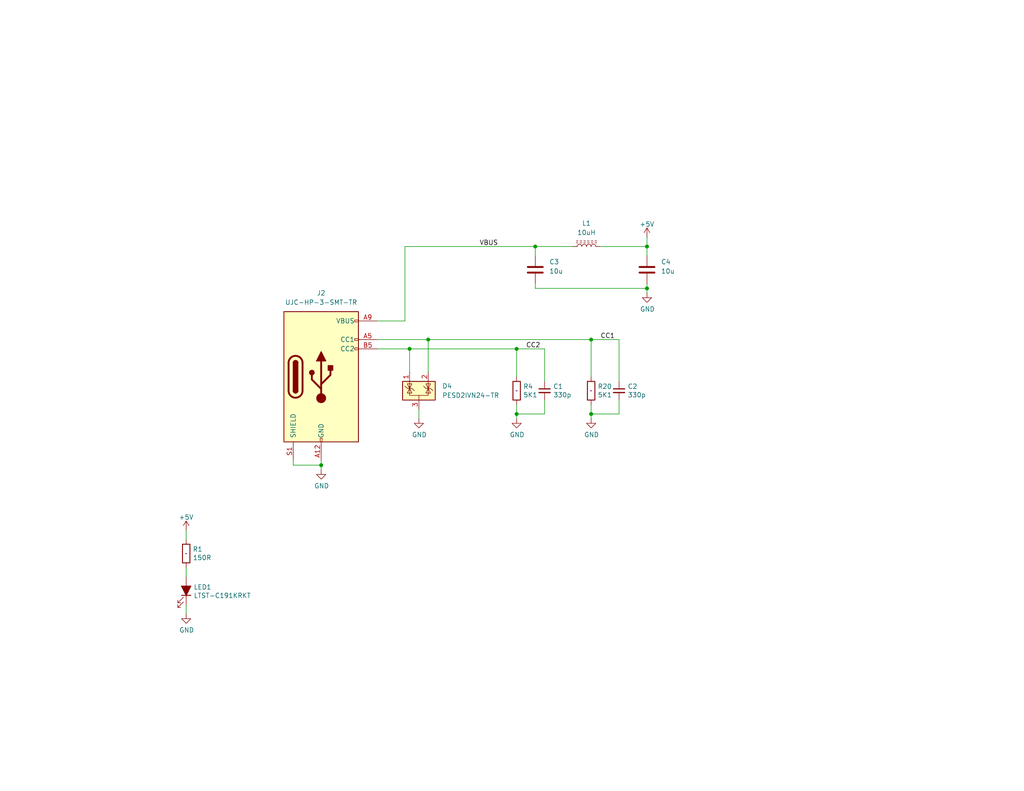
<source format=kicad_sch>
(kicad_sch (version 20211123) (generator eeschema)
  (paper "A")
  (title_block (title "InGame-NES MMC3") (date "2022-06-03") (rev "1") (company "Late to the Game"))
  (lib_symbols
    (symbol "00Custom:USB_C_CUI_UJC-HP-3-SMT-TR" (pin_names (offset 1.016))
      (property "Reference" "J" (at -10.16 19.05 0))
      (property "Value" "00Custom_USB_C_CUI_UJC-HP-3-SMT-TR" (at 12.7 19.05 0))
      (symbol "USB_C_CUI_UJC-HP-3-SMT-TR_0_0"
        (rectangle (start -0.254 -17.78) (end 0.254 -16.764))
        (rectangle (start 10.16 7.874) (end 9.144 7.366))
        (rectangle (start 10.16 10.414) (end 9.144 9.906))
        (rectangle (start 10.16 15.494) (end 9.144 14.986))
      )
      (symbol "USB_C_CUI_UJC-HP-3-SMT-TR_0_1"
        (rectangle (start -10.16 17.78) (end 10.16 -17.78) (stroke (width 0.254)) (fill (type background)))
        (arc (start -8.89 -3.81) (mid -6.985 -5.715) (end -5.08 -3.81) (stroke (width 0.508)))
        (arc (start -7.62 -3.81) (mid -6.985 -4.445) (end -6.35 -3.81) (stroke (width 0.254)))
        (arc (start -7.62 -3.81) (mid -6.985 -4.445) (end -6.35 -3.81) (stroke (width 0.254)) (fill (type outline)))
        (rectangle (start -7.62 -3.81) (end -6.35 3.81) (stroke (width 0.254)) (fill (type outline)))
        (arc (start -6.35 3.81) (mid -6.985 4.445) (end -7.62 3.81) (stroke (width 0.254)))
        (arc (start -6.35 3.81) (mid -6.985 4.445) (end -7.62 3.81) (stroke (width 0.254)) (fill (type outline)))
        (arc (start -5.08 3.81) (mid -6.985 5.715) (end -8.89 3.81) (stroke (width 0.508)))
        (circle (center -2.54 1.143) (radius 0.635) (stroke (width 0.254)) (fill (type outline)))
        (circle (center 0 -5.842) (radius 1.27) (fill (type outline)))
        (polyline (pts (xy -8.89 -3.81) (xy -8.89 3.81)) (stroke (width 0.508)))
        (polyline (pts (xy -5.08 3.81) (xy -5.08 -3.81)) (stroke (width 0.508)))
        (polyline (pts (xy 0 -5.842) (xy 0 4.318)) (stroke (width 0.508)))
        (polyline (pts (xy 0 -3.302) (xy -2.54 -0.762) (xy -2.54 0.508)) (stroke (width 0.508)))
        (polyline (pts (xy 0 -2.032) (xy 2.54 0.508) (xy 2.54 1.778)) (stroke (width 0.508)))
        (polyline (pts (xy -1.27 4.318) (xy 0 6.858) (xy 1.27 4.318) (xy -1.27 4.318)) (stroke (width 0.254)) (fill (type outline)))
        (rectangle (start 1.905 1.778) (end 3.175 3.048) (stroke (width 0.254)) (fill (type outline)))
      )
      (symbol "USB_C_CUI_UJC-HP-3-SMT-TR_1_1"
        (pin passive line (at 0 -22.86 90) (length 5.08) (name "GND") (number "A12"))
        (pin bidirectional line (at 15.24 10.16 180) (length 5.08) (name "CC1") (number "A5"))
        (pin passive line (at 15.24 15.24 180) (length 5.08) (name "VBUS") (number "A9"))
        (pin passive line (at 0 -22.86 90) (length 5.08) hide (name "GND") (number "B12"))
        (pin bidirectional line (at 15.24 7.62 180) (length 5.08) (name "CC2") (number "B5"))
        (pin passive line (at 15.24 15.24 180) (length 5.08) hide (name "VBUS") (number "B9"))
        (pin passive line (at -7.62 -22.86 90) (length 5.08) (name "SHIELD") (number "S1"))
      )
    )
    (symbol "Device:C" (pin_numbers hide) (pin_names (offset 0.254))
      (property "Reference" "C" (at 0.635 2.54 0))
      (property "Value" "C" (at 0.635 -2.54 0))
      (symbol "C_0_1"
        (polyline (pts (xy -2.032 -0.762) (xy 2.032 -0.762)) (stroke (width 0.508)))
        (polyline (pts (xy -2.032 0.762) (xy 2.032 0.762)) (stroke (width 0.508)))
      )
      (symbol "C_1_1"
        (pin passive line (at 0 3.81 270) (length 2.794) (name "~") (number "1"))
        (pin passive line (at 0 -3.81 90) (length 2.794) (name "~") (number "2"))
      )
    )
    (symbol "Device:C_Small" (pin_numbers hide) (pin_names (offset 0.254) hide)
      (property "Reference" "C" (at 0.254 1.778 0))
      (property "Value" "C_Small" (at 0.254 -2.032 0))
      (symbol "C_Small_0_1"
        (polyline (pts (xy -1.524 -0.508) (xy 1.524 -0.508)) (stroke (width 0.3302)))
        (polyline (pts (xy -1.524 0.508) (xy 1.524 0.508)) (stroke (width 0.3048)))
      )
      (symbol "C_Small_1_1"
        (pin passive line (at 0 2.54 270) (length 2.032) (name "~") (number "1"))
        (pin passive line (at 0 -2.54 90) (length 2.032) (name "~") (number "2"))
      )
    )
    (symbol "Device:LED_Filled" (pin_numbers hide) (pin_names (offset 1.016) hide)
      (property "Reference" "D" (at 0 2.54 0))
      (property "Value" "LED_Filled" (at 0 -2.54 0))
      (symbol "LED_Filled_0_1"
        (polyline (pts (xy -1.27 -1.27) (xy -1.27 1.27)) (stroke (width 0.254)))
        (polyline (pts (xy -1.27 0) (xy 1.27 0)))
        (polyline (pts (xy 1.27 -1.27) (xy 1.27 1.27) (xy -1.27 0) (xy 1.27 -1.27)) (stroke (width 0.254)) (fill (type outline)))
        (polyline (pts (xy -3.048 -0.762) (xy -4.572 -2.286) (xy -3.81 -2.286) (xy -4.572 -2.286) (xy -4.572 -1.524)))
        (polyline (pts (xy -1.778 -0.762) (xy -3.302 -2.286) (xy -2.54 -2.286) (xy -3.302 -2.286) (xy -3.302 -1.524)))
      )
      (symbol "LED_Filled_1_1"
        (pin passive line (at -3.81 0 0) (length 2.54) (name "K") (number "1"))
        (pin passive line (at 3.81 0 180) (length 2.54) (name "A") (number "2"))
      )
    )
    (symbol "Device:L_Ferrite" (pin_numbers hide) (pin_names (offset 1.016) hide)
      (property "Reference" "L" (at -1.27 0 90))
      (property "Value" "L_Ferrite" (at 2.794 0 90))
      (symbol "L_Ferrite_0_1"
        (arc (start 0 -2.54) (mid 0.635 -1.905) (end 0 -1.27))
        (arc (start 0 -1.27) (mid 0.635 -0.635) (end 0 0))
        (polyline (pts (xy 1.016 -2.794) (xy 1.016 -2.286)))
        (polyline (pts (xy 1.016 -1.778) (xy 1.016 -1.27)))
        (polyline (pts (xy 1.016 -0.762) (xy 1.016 -0.254)))
        (polyline (pts (xy 1.016 0.254) (xy 1.016 0.762)))
        (polyline (pts (xy 1.016 1.27) (xy 1.016 1.778)))
        (polyline (pts (xy 1.016 2.286) (xy 1.016 2.794)))
        (polyline (pts (xy 1.524 -2.286) (xy 1.524 -2.794)))
        (polyline (pts (xy 1.524 -1.27) (xy 1.524 -1.778)))
        (polyline (pts (xy 1.524 -0.254) (xy 1.524 -0.762)))
        (polyline (pts (xy 1.524 0.762) (xy 1.524 0.254)))
        (polyline (pts (xy 1.524 1.778) (xy 1.524 1.27)))
        (polyline (pts (xy 1.524 2.794) (xy 1.524 2.286)))
        (arc (start 0 0) (mid 0.635 0.635) (end 0 1.27))
        (arc (start 0 1.27) (mid 0.635 1.905) (end 0 2.54))
      )
      (symbol "L_Ferrite_1_1"
        (pin passive line (at 0 3.81 270) (length 1.27) (name "1") (number "1"))
        (pin passive line (at 0 -3.81 90) (length 1.27) (name "2") (number "2"))
      )
    )
    (symbol "Device:R" (pin_numbers hide) (pin_names (offset 0))
      (property "Reference" "R" (at 2.032 0 90))
      (property "Value" "R" (at 0 0 90))
      (symbol "R_0_1"
        (rectangle (start -1.016 -2.54) (end 1.016 2.54) (stroke (width 0.254)))
      )
      (symbol "R_1_1"
        (pin passive line (at 0 3.81 270) (length 1.27) (name "~") (number "1"))
        (pin passive line (at 0 -3.81 90) (length 1.27) (name "~") (number "2"))
      )
    )
    (symbol "Power_Protection:NUP2105L" (pin_names hide)
      (property "Reference" "D" (at 5.715 2.54 0))
      (property "Value" "NUP2105L" (at 5.715 0.635 0))
      (symbol "NUP2105L_0_0"
        (pin passive line (at 0 -5.08 90) (length 2.54) (name "A") (number "3"))
      )
      (symbol "NUP2105L_0_1"
        (rectangle (start -4.445 2.54) (end 4.445 -2.54) (stroke (width 0.254)) (fill (type background)))
        (polyline (pts (xy -2.54 2.54) (xy -2.54 0.635)))
        (polyline (pts (xy 0 -1.27) (xy 0 -2.54)))
        (polyline (pts (xy 2.54 2.54) (xy 2.54 0.635)))
        (polyline (pts (xy -3.81 1.27) (xy -3.175 0.635) (xy -1.905 0.635) (xy -1.27 0)))
        (polyline (pts (xy -2.54 0.635) (xy -2.54 -1.27) (xy 2.54 -1.27) (xy 2.54 0.635)))
        (polyline (pts (xy -2.54 0.635) (xy -1.905 -0.635) (xy -3.175 -0.635) (xy -2.54 0.635)))
        (polyline (pts (xy 2.54 0.635) (xy 1.905 -0.635) (xy 3.175 -0.635) (xy 2.54 0.635)))
        (polyline (pts (xy 2.54 0.635) (xy 3.175 1.905) (xy 1.905 1.905) (xy 2.54 0.635)))
        (polyline (pts (xy -2.54 0.635) (xy -3.175 1.905) (xy -1.905 1.905) (xy -2.54 0.635) (xy -2.54 1.27)))
        (polyline (pts (xy 1.27 1.27) (xy 1.905 0.635) (xy 2.54 0.635) (xy 3.175 0.635) (xy 3.81 0)))
      )
      (symbol "NUP2105L_1_1"
        (pin passive line (at -2.54 5.08 270) (length 2.54) (name "K") (number "1"))
        (pin passive line (at 2.54 5.08 270) (length 2.54) (name "K") (number "2"))
      )
    )
    (symbol "power:+5V" (power) (pin_names (offset 0))
      (property "Value" "+5V" (at 0 3.556 0))
      (symbol "+5V_0_1"
        (polyline (pts (xy -0.762 1.27) (xy 0 2.54)))
        (polyline (pts (xy 0 0) (xy 0 2.54)))
        (polyline (pts (xy 0 2.54) (xy 0.762 1.27)))
      )
      (symbol "+5V_1_1"
        (pin power_in line (at 0 0 90) (length 0) hide (name "+5V") (number "1"))
      )
    )
    (symbol "power:GND" (power) (pin_names (offset 0))
      (property "Value" "GND" (at 0 -3.81 0))
      (symbol "GND_0_1"
        (polyline (pts (xy 0 0) (xy 0 -1.27) (xy 1.27 -1.27) (xy 0 -2.54) (xy -1.27 -1.27) (xy 0 -1.27)))
      )
      (symbol "GND_1_1"
        (pin power_in line (at 0 0 270) (length 0) hide (name "GND") (number "1"))
      )
    )
  )
  (junction (at 87.63 127))
  (junction (at 146.05 67.31))
  (junction (at 140.97 113.03))
  (junction (at 161.29 113.03))
  (junction (at 140.97 95.25))
  (junction (at 176.53 67.31))
  (junction (at 116.84 92.71))
  (junction (at 111.76 95.25))
  (junction (at 176.53 78.74))
  (junction (at 161.29 92.71))
  (wire (pts (xy 168.91 113.03) (xy 161.29 113.03)))
  (wire (pts (xy 146.05 67.31) (xy 156.21 67.31)))
  (wire (pts (xy 87.63 127) (xy 87.63 125.73)))
  (wire (pts (xy 50.8 165.1) (xy 50.8 167.64)))
  (wire (pts (xy 146.05 67.31) (xy 146.05 69.85)))
  (wire (pts (xy 110.49 67.31) (xy 110.49 87.63)))
  (wire (pts (xy 87.63 128.27) (xy 87.63 127)))
  (wire (pts (xy 110.49 67.31) (xy 146.05 67.31)))
  (wire (pts (xy 102.87 95.25) (xy 111.76 95.25)))
  (wire (pts (xy 102.87 92.71) (xy 116.84 92.71)))
  (wire (pts (xy 80.01 127) (xy 80.01 125.73)))
  (wire (pts (xy 148.59 95.25) (xy 140.97 95.25)))
  (wire (pts (xy 140.97 102.87) (xy 140.97 95.25)))
  (wire (pts (xy 116.84 92.71) (xy 161.29 92.71)))
  (wire (pts (xy 146.05 78.74) (xy 176.53 78.74)))
  (wire (pts (xy 116.84 92.71) (xy 116.84 101.6)))
  (wire (pts (xy 111.76 95.25) (xy 111.76 101.6)))
  (wire (pts (xy 50.8 144.78) (xy 50.8 147.32)))
  (wire (pts (xy 176.53 64.77) (xy 176.53 67.31)))
  (wire (pts (xy 176.53 78.74) (xy 176.53 80.01)))
  (wire (pts (xy 176.53 67.31) (xy 176.53 69.85)))
  (wire (pts (xy 140.97 110.49) (xy 140.97 113.03)))
  (wire (pts (xy 176.53 77.47) (xy 176.53 78.74)))
  (wire (pts (xy 140.97 113.03) (xy 140.97 114.3)))
  (wire (pts (xy 161.29 113.03) (xy 161.29 114.3)))
  (wire (pts (xy 146.05 77.47) (xy 146.05 78.74)))
  (wire (pts (xy 111.76 95.25) (xy 140.97 95.25)))
  (wire (pts (xy 163.83 67.31) (xy 176.53 67.31)))
  (wire (pts (xy 50.8 154.94) (xy 50.8 157.48)))
  (wire (pts (xy 161.29 102.87) (xy 161.29 92.71)))
  (wire (pts (xy 80.01 127) (xy 87.63 127)))
  (wire (pts (xy 161.29 92.71) (xy 168.91 92.71)))
  (wire (pts (xy 148.59 104.14) (xy 148.59 95.25)))
  (wire (pts (xy 168.91 109.22) (xy 168.91 113.03)))
  (wire (pts (xy 168.91 104.14) (xy 168.91 92.71)))
  (wire (pts (xy 102.87 87.63) (xy 110.49 87.63)))
  (wire (pts (xy 114.3 111.76) (xy 114.3 114.3)))
  (wire (pts (xy 148.59 109.22) (xy 148.59 113.03)))
  (wire (pts (xy 161.29 110.49) (xy 161.29 113.03)))
  (wire (pts (xy 148.59 113.03) (xy 140.97 113.03)))
  (label "CC2" (at 143.51 95.25 0))
  (label "VBUS" (at 130.81 67.31 0))
  (label "CC1" (at 163.83 92.71 0))
  (symbol (lib_id "power:GND") (at 87.63 128.27 0) (unit 1)
    (property "Reference" "#PWR0111" (effects hide))
    (property "Value" "GND" (at 87.757 132.6642 0))
  )
  (symbol (lib_id "power:GND") (at 114.3 114.3 0) (unit 1)
    (property "Reference" "#PWR0112" (effects hide))
    (property "Value" "GND" (at 114.427 118.6942 0))
  )
  (symbol (lib_id "Device:R") (at 140.97 106.68 0) (unit 1)
    (property "Reference" "R4" (at 142.748 105.5116 0) (effects (justify left)))
    (property "Value" "5K1" (at 142.748 107.823 0) (effects (justify left)))
    (property "Footprint" "Resistor_SMD:R_0603_1608Metric_Pad0.98x0.95mm_HandSolder" (effects hide))
    (property "Datasheet" "~" (at 140.97 106.68 0) (effects (font (size 0.762 0.762))))
    (property "Description" "RES 5.1K OHM" (effects hide))
  )
  (symbol (lib_id "Device:C") (at 146.05 73.66 0) (mirror y) (unit 1)
    (property "Reference" "C3" (at 149.86 71.5009 0) (effects (justify right)))
    (property "Value" "10u" (at 149.86 74.0409 0) (effects (justify right)))
    (property "Footprint" "Capacitor_SMD:C_1206_3216Metric_Pad1.33x1.80mm_HandSolder" (effects hide))
    (property "Description" "CAP CER 10UF 10V X5R 0805" (effects hide))
  )
  (symbol (lib_id "Power_Protection:NUP2105L") (at 114.3 106.68 0) (unit 1)
    (property "Reference" "D4" (at 120.65 105.4099 0) (effects (justify left)))
    (property "Value" "PESD2IVN24-TR" (at 120.65 107.9499 0) (effects (justify left)))
    (property "Footprint" "Package_TO_SOT_SMD:SOT-23_Handsoldering" (effects hide))
    (property "Datasheet" "http://www.onsemi.com/pub_link/Collateral/NUP2105L-D.PDF" (effects hide))
    (property "Description" "TVS DIODE 24VWM 41VC SOT23" (effects hide))
    (property "Digikey" "DESD2CAN2SOQ-7DICT-ND" (effects hide))
    (property "MPN" "DESD2CAN2SOQ-7" (effects hide))
  )
  (symbol (lib_id "Device:C") (at 176.53 73.66 0) (mirror y) (unit 1)
    (property "Reference" "C4" (at 180.34 71.5009 0) (effects (justify right)))
    (property "Value" "10u" (at 180.34 74.0409 0) (effects (justify right)))
    (property "Footprint" "Capacitor_SMD:C_1206_3216Metric_Pad1.33x1.80mm_HandSolder" (effects hide))
    (property "Description" "CAP CER 10UF 10V X5R 0805" (effects hide))
  )
  (symbol (lib_id "Device:C_Small") (at 148.59 106.68 0) (unit 1)
    (property "Reference" "C1" (at 150.9268 105.5116 0) (effects (justify left)))
    (property "Value" "330p" (at 150.9268 107.823 0) (effects (justify left)))
    (property "Footprint" "Capacitor_SMD:C_0603_1608Metric_Pad1.08x0.95mm_HandSolder" (effects hide))
    (property "Description" "CAP CER 330PF 50V C0G/NP0 0603" (effects hide))
  )
  (symbol (lib_id "power:+5V") (at 176.53 64.77 0) (unit 1)
    (property "Reference" "#PWR0130" (effects hide))
    (property "Value" "+5V" (at 176.53 61.214 0))
  )
  (symbol (lib_id "power:GND") (at 140.97 114.3 0) (unit 1)
    (property "Reference" "#PWR0102" (effects hide))
    (property "Value" "GND" (at 141.097 118.6942 0))
  )
  (symbol (lib_id "Device:R") (at 50.8 151.13 0) (unit 1)
    (property "Reference" "R1" (at 52.578 149.9616 0) (effects (justify left)))
    (property "Value" "150R" (at 52.578 152.273 0) (effects (justify left)))
    (property "Footprint" "Resistor_SMD:R_0603_1608Metric_Pad0.98x0.95mm_HandSolder" (effects hide))
    (property "Datasheet" "~" (at 50.8 151.13 0) (effects (font (size 0.762 0.762))))
    (property "Description" "RES SMD 150 OHM 1% 1/10W 0603" (effects hide))
  )
  (symbol (lib_id "00Custom:USB_C_CUI_UJC-HP-3-SMT-TR") (at 87.63 102.87 0) (unit 1)
    (property "Reference" "J2" (at 87.63 80.01 0))
    (property "Value" "UJC-HP-3-SMT-TR" (at 87.63 82.55 0))
    (property "Footprint" "footprints:USB_C_Receptacle_CUI_UJC-HP-3-SMT-TR" (effects hide))
    (property "Datasheet" "https://www.cuidevices.com/product/resource/pdf/ujc-hp-3-smt-tr.pdf" (effects hide))
    (property "Description" "CONN RCPT TYPE C 24POS SMD RA" (effects hide))
    (property "Digikey" "2223-UJC-HP-3-SMT-CT-ND" (effects hide))
    (property "MPN" "UJC-HP-3-SMT-TR" (effects hide))
  )
  (symbol (lib_id "power:GND") (at 161.29 114.3 0) (unit 1)
    (property "Reference" "#PWR0104" (effects hide))
    (property "Value" "GND" (at 161.417 118.6942 0))
  )
  (symbol (lib_id "Device:LED_Filled") (at 50.8 161.29 270) (mirror x) (unit 1)
    (property "Reference" "LED1" (at 52.832 160.2994 90) (effects (justify left)))
    (property "Value" "LTST-C191KRKT" (at 52.832 162.6108 90) (effects (justify left)))
    (property "Footprint" "LED_SMD:LED_0603_1608Metric_Pad1.05x0.95mm_HandSolder" (effects hide))
    (property "Description" "LED RED CLEAR SMD" (effects hide))
    (property "Digikey" "160-1447-1-ND" (effects hide))
    (property "MPN" "LTST-C191KRKT" (effects hide))
  )
  (symbol (lib_id "power:GND") (at 50.8 167.64 0) (unit 1)
    (property "Reference" "#PWR0133" (effects hide))
    (property "Value" "GND" (at 50.927 172.0342 0))
  )
  (symbol (lib_id "Device:R") (at 161.29 106.68 0) (unit 1)
    (property "Reference" "R20" (at 163.068 105.5116 0) (effects (justify left)))
    (property "Value" "5K1" (at 163.068 107.823 0) (effects (justify left)))
    (property "Footprint" "Resistor_SMD:R_0603_1608Metric_Pad0.98x0.95mm_HandSolder" (effects hide))
    (property "Datasheet" "~" (at 161.29 106.68 0) (effects (font (size 0.762 0.762))))
    (property "Description" "RES 5.1K OHM" (effects hide))
  )
  (symbol (lib_id "Device:C_Small") (at 168.91 106.68 0) (unit 1)
    (property "Reference" "C2" (at 171.2468 105.5116 0) (effects (justify left)))
    (property "Value" "330p" (at 171.2468 107.823 0) (effects (justify left)))
    (property "Footprint" "Capacitor_SMD:C_0603_1608Metric_Pad1.08x0.95mm_HandSolder" (effects hide))
    (property "Description" "CAP CER 330PF 50V C0G/NP0 0603" (effects hide))
  )
  (symbol (lib_id "Device:L_Ferrite") (at 160.02 67.31 90) (unit 1)
    (property "Reference" "L1" (at 160.02 60.96 90))
    (property "Value" "10uH" (at 160.02 63.5 90))
    (property "Footprint" "Inductor_SMD:L_Taiyo-Yuden_NR-80xx_HandSoldering" (effects hide))
    (property "Description" "FIXED IND 10UH 3.1A 44.2MOHM SMD" (effects hide))
    (property "Digikey" "587-2972-1-ND" (effects hide))
    (property "MPN" "NRS8040T100MJGJ" (effects hide))
  )
  (symbol (lib_id "power:+5V") (at 50.8 144.78 0) (unit 1)
    (property "Reference" "#PWR0134" (effects hide))
    (property "Value" "+5V" (at 50.8 141.224 0))
  )
  (symbol (lib_id "power:GND") (at 176.53 80.01 0) (unit 1)
    (property "Reference" "#PWR0131" (effects hide))
    (property "Value" "GND" (at 176.657 84.4042 0))
  )
)
</source>
